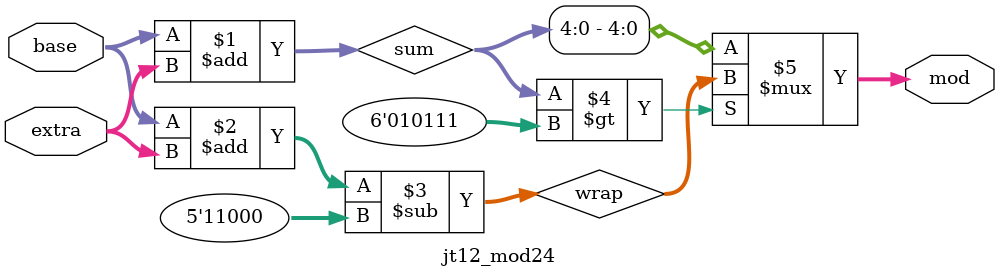
<source format=v>

`timescale 1ns / 1ps

module jt12_mod24(
	input	[4:0] base,
	input	[3:0] extra,
	output  [4:0] mod
);

wire [5:0]  sum = base+extra;
wire [4:0] wrap = base+extra-5'd24;

assign mod = sum > 6'd23 ? wrap : sum[4:0];

endmodule

</source>
